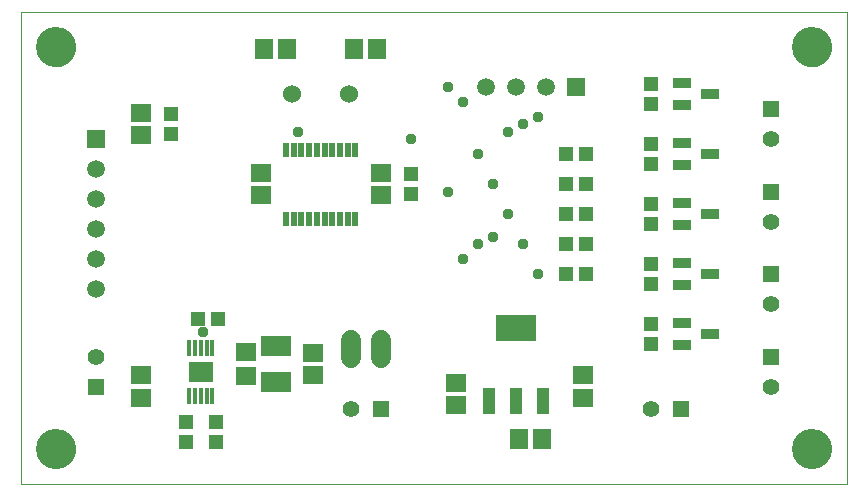
<source format=gts>
G04 EAGLE Gerber RS-274X export*
G75*
%MOMM*%
%FSLAX34Y34*%
%LPD*%
%INSolder Mask top*%
%IPPOS*%
%AMOC8*
5,1,8,0,0,1.08239X$1,22.5*%
G01*
%ADD10C,0.000000*%
%ADD11C,3.403200*%
%ADD12R,1.411200X1.411200*%
%ADD13C,1.411200*%
%ADD14C,1.511200*%
%ADD15R,1.511200X1.511200*%
%ADD16R,0.508000X1.193800*%
%ADD17C,1.524000*%
%ADD18R,2.603200X1.803200*%
%ADD19R,0.381000X1.473200*%
%ADD20R,2.083200X1.773200*%
%ADD21R,1.303200X1.203200*%
%ADD22R,1.803200X1.503200*%
%ADD23R,1.203200X1.303200*%
%ADD24R,1.524000X0.812800*%
%ADD25R,1.503200X1.703200*%
%ADD26C,1.727200*%
%ADD27R,1.104800X2.269200*%
%ADD28R,3.404800X2.269200*%
%ADD29R,1.703200X1.503200*%
%ADD30C,0.959600*%


D10*
X0Y0D02*
X700000Y0D01*
X700000Y400000D01*
X0Y400000D01*
X0Y0D01*
X14000Y30000D02*
X14005Y30393D01*
X14019Y30785D01*
X14043Y31177D01*
X14077Y31568D01*
X14120Y31959D01*
X14173Y32348D01*
X14236Y32735D01*
X14307Y33121D01*
X14389Y33506D01*
X14479Y33888D01*
X14580Y34267D01*
X14689Y34645D01*
X14808Y35019D01*
X14935Y35390D01*
X15072Y35758D01*
X15218Y36123D01*
X15373Y36484D01*
X15536Y36841D01*
X15708Y37194D01*
X15889Y37542D01*
X16079Y37886D01*
X16276Y38226D01*
X16482Y38560D01*
X16696Y38889D01*
X16919Y39213D01*
X17149Y39531D01*
X17386Y39844D01*
X17632Y40150D01*
X17885Y40451D01*
X18145Y40745D01*
X18412Y41033D01*
X18686Y41314D01*
X18967Y41588D01*
X19255Y41855D01*
X19549Y42115D01*
X19850Y42368D01*
X20156Y42614D01*
X20469Y42851D01*
X20787Y43081D01*
X21111Y43304D01*
X21440Y43518D01*
X21774Y43724D01*
X22114Y43921D01*
X22458Y44111D01*
X22806Y44292D01*
X23159Y44464D01*
X23516Y44627D01*
X23877Y44782D01*
X24242Y44928D01*
X24610Y45065D01*
X24981Y45192D01*
X25355Y45311D01*
X25733Y45420D01*
X26112Y45521D01*
X26494Y45611D01*
X26879Y45693D01*
X27265Y45764D01*
X27652Y45827D01*
X28041Y45880D01*
X28432Y45923D01*
X28823Y45957D01*
X29215Y45981D01*
X29607Y45995D01*
X30000Y46000D01*
X30393Y45995D01*
X30785Y45981D01*
X31177Y45957D01*
X31568Y45923D01*
X31959Y45880D01*
X32348Y45827D01*
X32735Y45764D01*
X33121Y45693D01*
X33506Y45611D01*
X33888Y45521D01*
X34267Y45420D01*
X34645Y45311D01*
X35019Y45192D01*
X35390Y45065D01*
X35758Y44928D01*
X36123Y44782D01*
X36484Y44627D01*
X36841Y44464D01*
X37194Y44292D01*
X37542Y44111D01*
X37886Y43921D01*
X38226Y43724D01*
X38560Y43518D01*
X38889Y43304D01*
X39213Y43081D01*
X39531Y42851D01*
X39844Y42614D01*
X40150Y42368D01*
X40451Y42115D01*
X40745Y41855D01*
X41033Y41588D01*
X41314Y41314D01*
X41588Y41033D01*
X41855Y40745D01*
X42115Y40451D01*
X42368Y40150D01*
X42614Y39844D01*
X42851Y39531D01*
X43081Y39213D01*
X43304Y38889D01*
X43518Y38560D01*
X43724Y38226D01*
X43921Y37886D01*
X44111Y37542D01*
X44292Y37194D01*
X44464Y36841D01*
X44627Y36484D01*
X44782Y36123D01*
X44928Y35758D01*
X45065Y35390D01*
X45192Y35019D01*
X45311Y34645D01*
X45420Y34267D01*
X45521Y33888D01*
X45611Y33506D01*
X45693Y33121D01*
X45764Y32735D01*
X45827Y32348D01*
X45880Y31959D01*
X45923Y31568D01*
X45957Y31177D01*
X45981Y30785D01*
X45995Y30393D01*
X46000Y30000D01*
X45995Y29607D01*
X45981Y29215D01*
X45957Y28823D01*
X45923Y28432D01*
X45880Y28041D01*
X45827Y27652D01*
X45764Y27265D01*
X45693Y26879D01*
X45611Y26494D01*
X45521Y26112D01*
X45420Y25733D01*
X45311Y25355D01*
X45192Y24981D01*
X45065Y24610D01*
X44928Y24242D01*
X44782Y23877D01*
X44627Y23516D01*
X44464Y23159D01*
X44292Y22806D01*
X44111Y22458D01*
X43921Y22114D01*
X43724Y21774D01*
X43518Y21440D01*
X43304Y21111D01*
X43081Y20787D01*
X42851Y20469D01*
X42614Y20156D01*
X42368Y19850D01*
X42115Y19549D01*
X41855Y19255D01*
X41588Y18967D01*
X41314Y18686D01*
X41033Y18412D01*
X40745Y18145D01*
X40451Y17885D01*
X40150Y17632D01*
X39844Y17386D01*
X39531Y17149D01*
X39213Y16919D01*
X38889Y16696D01*
X38560Y16482D01*
X38226Y16276D01*
X37886Y16079D01*
X37542Y15889D01*
X37194Y15708D01*
X36841Y15536D01*
X36484Y15373D01*
X36123Y15218D01*
X35758Y15072D01*
X35390Y14935D01*
X35019Y14808D01*
X34645Y14689D01*
X34267Y14580D01*
X33888Y14479D01*
X33506Y14389D01*
X33121Y14307D01*
X32735Y14236D01*
X32348Y14173D01*
X31959Y14120D01*
X31568Y14077D01*
X31177Y14043D01*
X30785Y14019D01*
X30393Y14005D01*
X30000Y14000D01*
X29607Y14005D01*
X29215Y14019D01*
X28823Y14043D01*
X28432Y14077D01*
X28041Y14120D01*
X27652Y14173D01*
X27265Y14236D01*
X26879Y14307D01*
X26494Y14389D01*
X26112Y14479D01*
X25733Y14580D01*
X25355Y14689D01*
X24981Y14808D01*
X24610Y14935D01*
X24242Y15072D01*
X23877Y15218D01*
X23516Y15373D01*
X23159Y15536D01*
X22806Y15708D01*
X22458Y15889D01*
X22114Y16079D01*
X21774Y16276D01*
X21440Y16482D01*
X21111Y16696D01*
X20787Y16919D01*
X20469Y17149D01*
X20156Y17386D01*
X19850Y17632D01*
X19549Y17885D01*
X19255Y18145D01*
X18967Y18412D01*
X18686Y18686D01*
X18412Y18967D01*
X18145Y19255D01*
X17885Y19549D01*
X17632Y19850D01*
X17386Y20156D01*
X17149Y20469D01*
X16919Y20787D01*
X16696Y21111D01*
X16482Y21440D01*
X16276Y21774D01*
X16079Y22114D01*
X15889Y22458D01*
X15708Y22806D01*
X15536Y23159D01*
X15373Y23516D01*
X15218Y23877D01*
X15072Y24242D01*
X14935Y24610D01*
X14808Y24981D01*
X14689Y25355D01*
X14580Y25733D01*
X14479Y26112D01*
X14389Y26494D01*
X14307Y26879D01*
X14236Y27265D01*
X14173Y27652D01*
X14120Y28041D01*
X14077Y28432D01*
X14043Y28823D01*
X14019Y29215D01*
X14005Y29607D01*
X14000Y30000D01*
D11*
X30000Y30000D03*
D10*
X654000Y30000D02*
X654005Y30393D01*
X654019Y30785D01*
X654043Y31177D01*
X654077Y31568D01*
X654120Y31959D01*
X654173Y32348D01*
X654236Y32735D01*
X654307Y33121D01*
X654389Y33506D01*
X654479Y33888D01*
X654580Y34267D01*
X654689Y34645D01*
X654808Y35019D01*
X654935Y35390D01*
X655072Y35758D01*
X655218Y36123D01*
X655373Y36484D01*
X655536Y36841D01*
X655708Y37194D01*
X655889Y37542D01*
X656079Y37886D01*
X656276Y38226D01*
X656482Y38560D01*
X656696Y38889D01*
X656919Y39213D01*
X657149Y39531D01*
X657386Y39844D01*
X657632Y40150D01*
X657885Y40451D01*
X658145Y40745D01*
X658412Y41033D01*
X658686Y41314D01*
X658967Y41588D01*
X659255Y41855D01*
X659549Y42115D01*
X659850Y42368D01*
X660156Y42614D01*
X660469Y42851D01*
X660787Y43081D01*
X661111Y43304D01*
X661440Y43518D01*
X661774Y43724D01*
X662114Y43921D01*
X662458Y44111D01*
X662806Y44292D01*
X663159Y44464D01*
X663516Y44627D01*
X663877Y44782D01*
X664242Y44928D01*
X664610Y45065D01*
X664981Y45192D01*
X665355Y45311D01*
X665733Y45420D01*
X666112Y45521D01*
X666494Y45611D01*
X666879Y45693D01*
X667265Y45764D01*
X667652Y45827D01*
X668041Y45880D01*
X668432Y45923D01*
X668823Y45957D01*
X669215Y45981D01*
X669607Y45995D01*
X670000Y46000D01*
X670393Y45995D01*
X670785Y45981D01*
X671177Y45957D01*
X671568Y45923D01*
X671959Y45880D01*
X672348Y45827D01*
X672735Y45764D01*
X673121Y45693D01*
X673506Y45611D01*
X673888Y45521D01*
X674267Y45420D01*
X674645Y45311D01*
X675019Y45192D01*
X675390Y45065D01*
X675758Y44928D01*
X676123Y44782D01*
X676484Y44627D01*
X676841Y44464D01*
X677194Y44292D01*
X677542Y44111D01*
X677886Y43921D01*
X678226Y43724D01*
X678560Y43518D01*
X678889Y43304D01*
X679213Y43081D01*
X679531Y42851D01*
X679844Y42614D01*
X680150Y42368D01*
X680451Y42115D01*
X680745Y41855D01*
X681033Y41588D01*
X681314Y41314D01*
X681588Y41033D01*
X681855Y40745D01*
X682115Y40451D01*
X682368Y40150D01*
X682614Y39844D01*
X682851Y39531D01*
X683081Y39213D01*
X683304Y38889D01*
X683518Y38560D01*
X683724Y38226D01*
X683921Y37886D01*
X684111Y37542D01*
X684292Y37194D01*
X684464Y36841D01*
X684627Y36484D01*
X684782Y36123D01*
X684928Y35758D01*
X685065Y35390D01*
X685192Y35019D01*
X685311Y34645D01*
X685420Y34267D01*
X685521Y33888D01*
X685611Y33506D01*
X685693Y33121D01*
X685764Y32735D01*
X685827Y32348D01*
X685880Y31959D01*
X685923Y31568D01*
X685957Y31177D01*
X685981Y30785D01*
X685995Y30393D01*
X686000Y30000D01*
X685995Y29607D01*
X685981Y29215D01*
X685957Y28823D01*
X685923Y28432D01*
X685880Y28041D01*
X685827Y27652D01*
X685764Y27265D01*
X685693Y26879D01*
X685611Y26494D01*
X685521Y26112D01*
X685420Y25733D01*
X685311Y25355D01*
X685192Y24981D01*
X685065Y24610D01*
X684928Y24242D01*
X684782Y23877D01*
X684627Y23516D01*
X684464Y23159D01*
X684292Y22806D01*
X684111Y22458D01*
X683921Y22114D01*
X683724Y21774D01*
X683518Y21440D01*
X683304Y21111D01*
X683081Y20787D01*
X682851Y20469D01*
X682614Y20156D01*
X682368Y19850D01*
X682115Y19549D01*
X681855Y19255D01*
X681588Y18967D01*
X681314Y18686D01*
X681033Y18412D01*
X680745Y18145D01*
X680451Y17885D01*
X680150Y17632D01*
X679844Y17386D01*
X679531Y17149D01*
X679213Y16919D01*
X678889Y16696D01*
X678560Y16482D01*
X678226Y16276D01*
X677886Y16079D01*
X677542Y15889D01*
X677194Y15708D01*
X676841Y15536D01*
X676484Y15373D01*
X676123Y15218D01*
X675758Y15072D01*
X675390Y14935D01*
X675019Y14808D01*
X674645Y14689D01*
X674267Y14580D01*
X673888Y14479D01*
X673506Y14389D01*
X673121Y14307D01*
X672735Y14236D01*
X672348Y14173D01*
X671959Y14120D01*
X671568Y14077D01*
X671177Y14043D01*
X670785Y14019D01*
X670393Y14005D01*
X670000Y14000D01*
X669607Y14005D01*
X669215Y14019D01*
X668823Y14043D01*
X668432Y14077D01*
X668041Y14120D01*
X667652Y14173D01*
X667265Y14236D01*
X666879Y14307D01*
X666494Y14389D01*
X666112Y14479D01*
X665733Y14580D01*
X665355Y14689D01*
X664981Y14808D01*
X664610Y14935D01*
X664242Y15072D01*
X663877Y15218D01*
X663516Y15373D01*
X663159Y15536D01*
X662806Y15708D01*
X662458Y15889D01*
X662114Y16079D01*
X661774Y16276D01*
X661440Y16482D01*
X661111Y16696D01*
X660787Y16919D01*
X660469Y17149D01*
X660156Y17386D01*
X659850Y17632D01*
X659549Y17885D01*
X659255Y18145D01*
X658967Y18412D01*
X658686Y18686D01*
X658412Y18967D01*
X658145Y19255D01*
X657885Y19549D01*
X657632Y19850D01*
X657386Y20156D01*
X657149Y20469D01*
X656919Y20787D01*
X656696Y21111D01*
X656482Y21440D01*
X656276Y21774D01*
X656079Y22114D01*
X655889Y22458D01*
X655708Y22806D01*
X655536Y23159D01*
X655373Y23516D01*
X655218Y23877D01*
X655072Y24242D01*
X654935Y24610D01*
X654808Y24981D01*
X654689Y25355D01*
X654580Y25733D01*
X654479Y26112D01*
X654389Y26494D01*
X654307Y26879D01*
X654236Y27265D01*
X654173Y27652D01*
X654120Y28041D01*
X654077Y28432D01*
X654043Y28823D01*
X654019Y29215D01*
X654005Y29607D01*
X654000Y30000D01*
D11*
X670000Y30000D03*
D10*
X14000Y370000D02*
X14005Y370393D01*
X14019Y370785D01*
X14043Y371177D01*
X14077Y371568D01*
X14120Y371959D01*
X14173Y372348D01*
X14236Y372735D01*
X14307Y373121D01*
X14389Y373506D01*
X14479Y373888D01*
X14580Y374267D01*
X14689Y374645D01*
X14808Y375019D01*
X14935Y375390D01*
X15072Y375758D01*
X15218Y376123D01*
X15373Y376484D01*
X15536Y376841D01*
X15708Y377194D01*
X15889Y377542D01*
X16079Y377886D01*
X16276Y378226D01*
X16482Y378560D01*
X16696Y378889D01*
X16919Y379213D01*
X17149Y379531D01*
X17386Y379844D01*
X17632Y380150D01*
X17885Y380451D01*
X18145Y380745D01*
X18412Y381033D01*
X18686Y381314D01*
X18967Y381588D01*
X19255Y381855D01*
X19549Y382115D01*
X19850Y382368D01*
X20156Y382614D01*
X20469Y382851D01*
X20787Y383081D01*
X21111Y383304D01*
X21440Y383518D01*
X21774Y383724D01*
X22114Y383921D01*
X22458Y384111D01*
X22806Y384292D01*
X23159Y384464D01*
X23516Y384627D01*
X23877Y384782D01*
X24242Y384928D01*
X24610Y385065D01*
X24981Y385192D01*
X25355Y385311D01*
X25733Y385420D01*
X26112Y385521D01*
X26494Y385611D01*
X26879Y385693D01*
X27265Y385764D01*
X27652Y385827D01*
X28041Y385880D01*
X28432Y385923D01*
X28823Y385957D01*
X29215Y385981D01*
X29607Y385995D01*
X30000Y386000D01*
X30393Y385995D01*
X30785Y385981D01*
X31177Y385957D01*
X31568Y385923D01*
X31959Y385880D01*
X32348Y385827D01*
X32735Y385764D01*
X33121Y385693D01*
X33506Y385611D01*
X33888Y385521D01*
X34267Y385420D01*
X34645Y385311D01*
X35019Y385192D01*
X35390Y385065D01*
X35758Y384928D01*
X36123Y384782D01*
X36484Y384627D01*
X36841Y384464D01*
X37194Y384292D01*
X37542Y384111D01*
X37886Y383921D01*
X38226Y383724D01*
X38560Y383518D01*
X38889Y383304D01*
X39213Y383081D01*
X39531Y382851D01*
X39844Y382614D01*
X40150Y382368D01*
X40451Y382115D01*
X40745Y381855D01*
X41033Y381588D01*
X41314Y381314D01*
X41588Y381033D01*
X41855Y380745D01*
X42115Y380451D01*
X42368Y380150D01*
X42614Y379844D01*
X42851Y379531D01*
X43081Y379213D01*
X43304Y378889D01*
X43518Y378560D01*
X43724Y378226D01*
X43921Y377886D01*
X44111Y377542D01*
X44292Y377194D01*
X44464Y376841D01*
X44627Y376484D01*
X44782Y376123D01*
X44928Y375758D01*
X45065Y375390D01*
X45192Y375019D01*
X45311Y374645D01*
X45420Y374267D01*
X45521Y373888D01*
X45611Y373506D01*
X45693Y373121D01*
X45764Y372735D01*
X45827Y372348D01*
X45880Y371959D01*
X45923Y371568D01*
X45957Y371177D01*
X45981Y370785D01*
X45995Y370393D01*
X46000Y370000D01*
X45995Y369607D01*
X45981Y369215D01*
X45957Y368823D01*
X45923Y368432D01*
X45880Y368041D01*
X45827Y367652D01*
X45764Y367265D01*
X45693Y366879D01*
X45611Y366494D01*
X45521Y366112D01*
X45420Y365733D01*
X45311Y365355D01*
X45192Y364981D01*
X45065Y364610D01*
X44928Y364242D01*
X44782Y363877D01*
X44627Y363516D01*
X44464Y363159D01*
X44292Y362806D01*
X44111Y362458D01*
X43921Y362114D01*
X43724Y361774D01*
X43518Y361440D01*
X43304Y361111D01*
X43081Y360787D01*
X42851Y360469D01*
X42614Y360156D01*
X42368Y359850D01*
X42115Y359549D01*
X41855Y359255D01*
X41588Y358967D01*
X41314Y358686D01*
X41033Y358412D01*
X40745Y358145D01*
X40451Y357885D01*
X40150Y357632D01*
X39844Y357386D01*
X39531Y357149D01*
X39213Y356919D01*
X38889Y356696D01*
X38560Y356482D01*
X38226Y356276D01*
X37886Y356079D01*
X37542Y355889D01*
X37194Y355708D01*
X36841Y355536D01*
X36484Y355373D01*
X36123Y355218D01*
X35758Y355072D01*
X35390Y354935D01*
X35019Y354808D01*
X34645Y354689D01*
X34267Y354580D01*
X33888Y354479D01*
X33506Y354389D01*
X33121Y354307D01*
X32735Y354236D01*
X32348Y354173D01*
X31959Y354120D01*
X31568Y354077D01*
X31177Y354043D01*
X30785Y354019D01*
X30393Y354005D01*
X30000Y354000D01*
X29607Y354005D01*
X29215Y354019D01*
X28823Y354043D01*
X28432Y354077D01*
X28041Y354120D01*
X27652Y354173D01*
X27265Y354236D01*
X26879Y354307D01*
X26494Y354389D01*
X26112Y354479D01*
X25733Y354580D01*
X25355Y354689D01*
X24981Y354808D01*
X24610Y354935D01*
X24242Y355072D01*
X23877Y355218D01*
X23516Y355373D01*
X23159Y355536D01*
X22806Y355708D01*
X22458Y355889D01*
X22114Y356079D01*
X21774Y356276D01*
X21440Y356482D01*
X21111Y356696D01*
X20787Y356919D01*
X20469Y357149D01*
X20156Y357386D01*
X19850Y357632D01*
X19549Y357885D01*
X19255Y358145D01*
X18967Y358412D01*
X18686Y358686D01*
X18412Y358967D01*
X18145Y359255D01*
X17885Y359549D01*
X17632Y359850D01*
X17386Y360156D01*
X17149Y360469D01*
X16919Y360787D01*
X16696Y361111D01*
X16482Y361440D01*
X16276Y361774D01*
X16079Y362114D01*
X15889Y362458D01*
X15708Y362806D01*
X15536Y363159D01*
X15373Y363516D01*
X15218Y363877D01*
X15072Y364242D01*
X14935Y364610D01*
X14808Y364981D01*
X14689Y365355D01*
X14580Y365733D01*
X14479Y366112D01*
X14389Y366494D01*
X14307Y366879D01*
X14236Y367265D01*
X14173Y367652D01*
X14120Y368041D01*
X14077Y368432D01*
X14043Y368823D01*
X14019Y369215D01*
X14005Y369607D01*
X14000Y370000D01*
D11*
X30000Y370000D03*
D10*
X654000Y370000D02*
X654005Y370393D01*
X654019Y370785D01*
X654043Y371177D01*
X654077Y371568D01*
X654120Y371959D01*
X654173Y372348D01*
X654236Y372735D01*
X654307Y373121D01*
X654389Y373506D01*
X654479Y373888D01*
X654580Y374267D01*
X654689Y374645D01*
X654808Y375019D01*
X654935Y375390D01*
X655072Y375758D01*
X655218Y376123D01*
X655373Y376484D01*
X655536Y376841D01*
X655708Y377194D01*
X655889Y377542D01*
X656079Y377886D01*
X656276Y378226D01*
X656482Y378560D01*
X656696Y378889D01*
X656919Y379213D01*
X657149Y379531D01*
X657386Y379844D01*
X657632Y380150D01*
X657885Y380451D01*
X658145Y380745D01*
X658412Y381033D01*
X658686Y381314D01*
X658967Y381588D01*
X659255Y381855D01*
X659549Y382115D01*
X659850Y382368D01*
X660156Y382614D01*
X660469Y382851D01*
X660787Y383081D01*
X661111Y383304D01*
X661440Y383518D01*
X661774Y383724D01*
X662114Y383921D01*
X662458Y384111D01*
X662806Y384292D01*
X663159Y384464D01*
X663516Y384627D01*
X663877Y384782D01*
X664242Y384928D01*
X664610Y385065D01*
X664981Y385192D01*
X665355Y385311D01*
X665733Y385420D01*
X666112Y385521D01*
X666494Y385611D01*
X666879Y385693D01*
X667265Y385764D01*
X667652Y385827D01*
X668041Y385880D01*
X668432Y385923D01*
X668823Y385957D01*
X669215Y385981D01*
X669607Y385995D01*
X670000Y386000D01*
X670393Y385995D01*
X670785Y385981D01*
X671177Y385957D01*
X671568Y385923D01*
X671959Y385880D01*
X672348Y385827D01*
X672735Y385764D01*
X673121Y385693D01*
X673506Y385611D01*
X673888Y385521D01*
X674267Y385420D01*
X674645Y385311D01*
X675019Y385192D01*
X675390Y385065D01*
X675758Y384928D01*
X676123Y384782D01*
X676484Y384627D01*
X676841Y384464D01*
X677194Y384292D01*
X677542Y384111D01*
X677886Y383921D01*
X678226Y383724D01*
X678560Y383518D01*
X678889Y383304D01*
X679213Y383081D01*
X679531Y382851D01*
X679844Y382614D01*
X680150Y382368D01*
X680451Y382115D01*
X680745Y381855D01*
X681033Y381588D01*
X681314Y381314D01*
X681588Y381033D01*
X681855Y380745D01*
X682115Y380451D01*
X682368Y380150D01*
X682614Y379844D01*
X682851Y379531D01*
X683081Y379213D01*
X683304Y378889D01*
X683518Y378560D01*
X683724Y378226D01*
X683921Y377886D01*
X684111Y377542D01*
X684292Y377194D01*
X684464Y376841D01*
X684627Y376484D01*
X684782Y376123D01*
X684928Y375758D01*
X685065Y375390D01*
X685192Y375019D01*
X685311Y374645D01*
X685420Y374267D01*
X685521Y373888D01*
X685611Y373506D01*
X685693Y373121D01*
X685764Y372735D01*
X685827Y372348D01*
X685880Y371959D01*
X685923Y371568D01*
X685957Y371177D01*
X685981Y370785D01*
X685995Y370393D01*
X686000Y370000D01*
X685995Y369607D01*
X685981Y369215D01*
X685957Y368823D01*
X685923Y368432D01*
X685880Y368041D01*
X685827Y367652D01*
X685764Y367265D01*
X685693Y366879D01*
X685611Y366494D01*
X685521Y366112D01*
X685420Y365733D01*
X685311Y365355D01*
X685192Y364981D01*
X685065Y364610D01*
X684928Y364242D01*
X684782Y363877D01*
X684627Y363516D01*
X684464Y363159D01*
X684292Y362806D01*
X684111Y362458D01*
X683921Y362114D01*
X683724Y361774D01*
X683518Y361440D01*
X683304Y361111D01*
X683081Y360787D01*
X682851Y360469D01*
X682614Y360156D01*
X682368Y359850D01*
X682115Y359549D01*
X681855Y359255D01*
X681588Y358967D01*
X681314Y358686D01*
X681033Y358412D01*
X680745Y358145D01*
X680451Y357885D01*
X680150Y357632D01*
X679844Y357386D01*
X679531Y357149D01*
X679213Y356919D01*
X678889Y356696D01*
X678560Y356482D01*
X678226Y356276D01*
X677886Y356079D01*
X677542Y355889D01*
X677194Y355708D01*
X676841Y355536D01*
X676484Y355373D01*
X676123Y355218D01*
X675758Y355072D01*
X675390Y354935D01*
X675019Y354808D01*
X674645Y354689D01*
X674267Y354580D01*
X673888Y354479D01*
X673506Y354389D01*
X673121Y354307D01*
X672735Y354236D01*
X672348Y354173D01*
X671959Y354120D01*
X671568Y354077D01*
X671177Y354043D01*
X670785Y354019D01*
X670393Y354005D01*
X670000Y354000D01*
X669607Y354005D01*
X669215Y354019D01*
X668823Y354043D01*
X668432Y354077D01*
X668041Y354120D01*
X667652Y354173D01*
X667265Y354236D01*
X666879Y354307D01*
X666494Y354389D01*
X666112Y354479D01*
X665733Y354580D01*
X665355Y354689D01*
X664981Y354808D01*
X664610Y354935D01*
X664242Y355072D01*
X663877Y355218D01*
X663516Y355373D01*
X663159Y355536D01*
X662806Y355708D01*
X662458Y355889D01*
X662114Y356079D01*
X661774Y356276D01*
X661440Y356482D01*
X661111Y356696D01*
X660787Y356919D01*
X660469Y357149D01*
X660156Y357386D01*
X659850Y357632D01*
X659549Y357885D01*
X659255Y358145D01*
X658967Y358412D01*
X658686Y358686D01*
X658412Y358967D01*
X658145Y359255D01*
X657885Y359549D01*
X657632Y359850D01*
X657386Y360156D01*
X657149Y360469D01*
X656919Y360787D01*
X656696Y361111D01*
X656482Y361440D01*
X656276Y361774D01*
X656079Y362114D01*
X655889Y362458D01*
X655708Y362806D01*
X655536Y363159D01*
X655373Y363516D01*
X655218Y363877D01*
X655072Y364242D01*
X654935Y364610D01*
X654808Y364981D01*
X654689Y365355D01*
X654580Y365733D01*
X654479Y366112D01*
X654389Y366494D01*
X654307Y366879D01*
X654236Y367265D01*
X654173Y367652D01*
X654120Y368041D01*
X654077Y368432D01*
X654043Y368823D01*
X654019Y369215D01*
X654005Y369607D01*
X654000Y370000D01*
D11*
X670000Y370000D03*
D12*
X635000Y317500D03*
D13*
X635000Y292100D03*
D12*
X635000Y247650D03*
D13*
X635000Y222250D03*
D12*
X635000Y177800D03*
D13*
X635000Y152400D03*
D12*
X635000Y107950D03*
D13*
X635000Y82550D03*
D12*
X558800Y63500D03*
D13*
X533400Y63500D03*
D12*
X63500Y82550D03*
D13*
X63500Y107950D03*
D14*
X63500Y241300D03*
X63500Y215900D03*
X63500Y190500D03*
X63500Y165100D03*
X63500Y266700D03*
D15*
X63500Y292100D03*
D16*
X283250Y283178D03*
X276750Y283178D03*
X270250Y283178D03*
X263750Y283178D03*
X257250Y283178D03*
X250750Y283178D03*
X244250Y283178D03*
X237750Y283178D03*
X231250Y283178D03*
X224750Y283178D03*
X224750Y224822D03*
X231250Y224822D03*
X237750Y224822D03*
X244250Y224822D03*
X250750Y224822D03*
X257250Y224822D03*
X263750Y224822D03*
X270250Y224822D03*
X276750Y224822D03*
X283250Y224822D03*
D17*
X229870Y330200D03*
X278130Y330200D03*
D18*
X215900Y116600D03*
X215900Y86600D03*
D19*
X142400Y74803D03*
X147400Y74803D03*
X152400Y74803D03*
X157400Y74803D03*
X162400Y74803D03*
X162400Y115697D03*
X157400Y115697D03*
X152400Y115697D03*
X147400Y115697D03*
X142400Y115697D03*
D20*
X152400Y95250D03*
D21*
X165100Y35950D03*
X165100Y52950D03*
X139700Y35950D03*
X139700Y52950D03*
D22*
X101600Y92550D03*
X101600Y72550D03*
X190500Y111600D03*
X190500Y91600D03*
D23*
X167250Y139700D03*
X150250Y139700D03*
D12*
X304800Y63500D03*
D13*
X279400Y63500D03*
D24*
X559562Y339700D03*
X559562Y320700D03*
X583438Y330200D03*
X559562Y288900D03*
X559562Y269900D03*
X583438Y279400D03*
X559562Y238100D03*
X559562Y219100D03*
X583438Y228600D03*
X559562Y187300D03*
X559562Y168300D03*
X583438Y177800D03*
X559562Y136500D03*
X559562Y117500D03*
X583438Y127000D03*
D25*
X301600Y368300D03*
X282600Y368300D03*
X206400Y368300D03*
X225400Y368300D03*
D26*
X279400Y121920D02*
X279400Y106680D01*
X304800Y106680D02*
X304800Y121920D01*
D27*
X396100Y70842D03*
X419100Y70842D03*
X442100Y70842D03*
D28*
X419100Y132358D03*
D29*
X476250Y73050D03*
X476250Y92050D03*
X368300Y85700D03*
X368300Y66700D03*
X203200Y263500D03*
X203200Y244500D03*
X304800Y244500D03*
X304800Y263500D03*
D21*
X330200Y245500D03*
X330200Y262500D03*
D25*
X441300Y38100D03*
X422300Y38100D03*
D21*
X533400Y321700D03*
X533400Y338700D03*
D23*
X478400Y279400D03*
X461400Y279400D03*
D21*
X533400Y270900D03*
X533400Y287900D03*
D23*
X478400Y254000D03*
X461400Y254000D03*
D21*
X533400Y220100D03*
X533400Y237100D03*
D23*
X478400Y228600D03*
X461400Y228600D03*
D21*
X533400Y169300D03*
X533400Y186300D03*
D23*
X478400Y203200D03*
X461400Y203200D03*
D21*
X533400Y118500D03*
X533400Y135500D03*
D23*
X478400Y177800D03*
X461400Y177800D03*
D21*
X127000Y313300D03*
X127000Y296300D03*
D29*
X101600Y295300D03*
X101600Y314300D03*
X247650Y111100D03*
X247650Y92100D03*
D14*
X419100Y336550D03*
X393700Y336550D03*
X444500Y336550D03*
D15*
X469900Y336550D03*
D30*
X234950Y298450D03*
X330200Y291874D03*
X361950Y247650D03*
X361950Y336550D03*
X374650Y323850D03*
X374650Y190500D03*
X387350Y279400D03*
X387350Y202974D03*
X400050Y209550D03*
X400050Y254000D03*
X412750Y228600D03*
X412750Y298450D03*
X425450Y304800D03*
X425450Y203200D03*
X438150Y177800D03*
X438150Y311150D03*
X153976Y128894D03*
M02*

</source>
